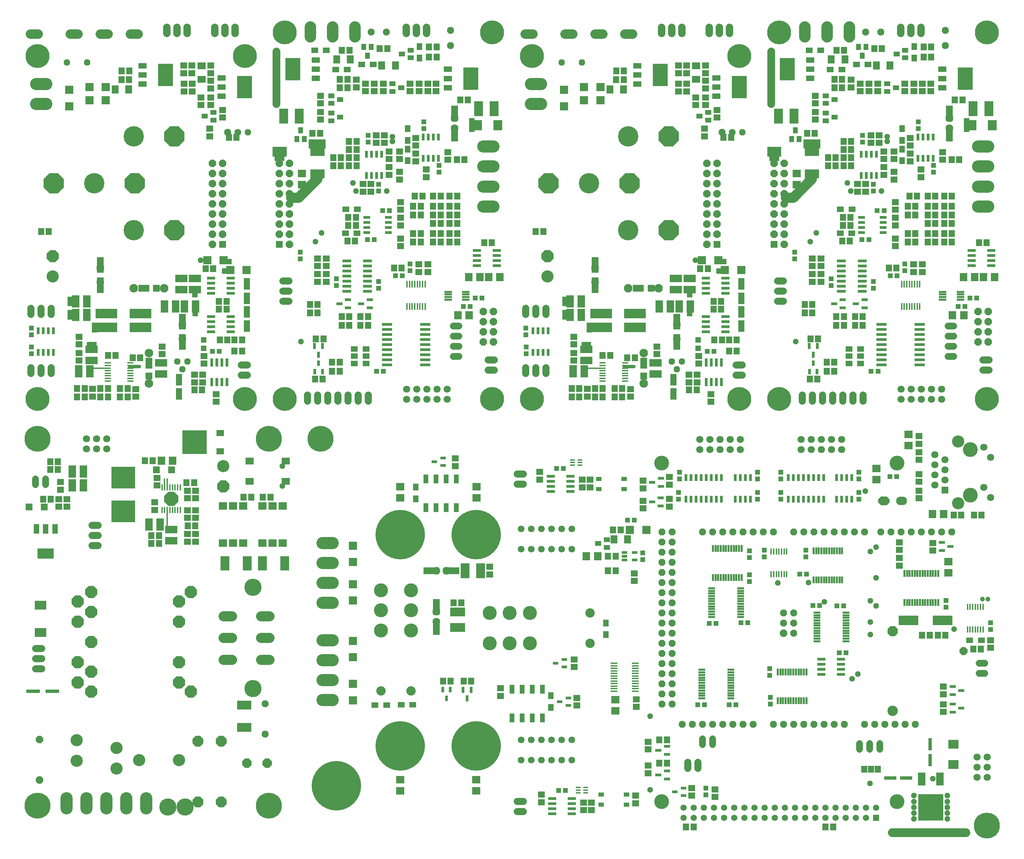
<source format=gts>
G75*
G70*
%OFA0B0*%
%FSLAX24Y24*%
%IPPOS*%
%LPD*%
%AMOC8*
5,1,8,0,0,1.08239X$1,22.5*
%
%ADD10C,0.0120*%
%ADD11C,0.0320*%
%ADD12C,0.1000*%
%ADD13C,0.0760*%
%ADD14C,0.0860*%
%ADD15C,0.0140*%
%ADD16C,0.1200*%
%ADD17R,0.2126X0.0945*%
%ADD18R,0.0756X0.1189*%
%ADD19R,0.0618X0.0618*%
%ADD20R,0.0661X0.1528*%
%ADD21OC8,0.0756*%
%ADD22C,0.0756*%
%ADD23C,0.0921*%
%ADD24R,0.0693X0.0614*%
%ADD25R,0.0630X0.0472*%
%ADD26R,0.1189X0.0756*%
%ADD27R,0.0824X0.0264*%
%ADD28OC8,0.0624*%
%ADD29R,0.0614X0.0693*%
%ADD30R,0.0843X0.0803*%
%ADD31R,0.0819X0.0661*%
%ADD32R,0.0661X0.0819*%
%ADD33R,0.0803X0.0843*%
%ADD34OC8,0.0840*%
%ADD35OC8,0.0780*%
%ADD36C,0.0712*%
%ADD37R,0.0283X0.0657*%
%ADD38C,0.2010*%
%ADD39OC8,0.2010*%
%ADD40R,0.0472X0.0512*%
%ADD41R,0.0264X0.0824*%
%ADD42R,0.0512X0.0472*%
%ADD43R,0.0567X0.0567*%
%ADD44C,0.1200*%
%ADD45OC8,0.1200*%
%ADD46C,0.0840*%
%ADD47R,0.0661X0.0661*%
%ADD48R,0.0709X0.1063*%
%ADD49R,0.1063X0.0709*%
%ADD50R,0.0840X0.0540*%
%ADD51R,0.1450X0.2200*%
%ADD52R,0.0614X0.1126*%
%ADD53C,0.0618*%
%ADD54OC8,0.0618*%
%ADD55R,0.0588X0.0168*%
%ADD56C,0.0720*%
%ADD57R,0.0712X0.0712*%
%ADD58OC8,0.0712*%
%ADD59OC8,0.0672*%
%ADD60C,0.0672*%
%ADD61R,0.0756X0.0835*%
%ADD62R,0.0718X0.0228*%
%ADD63R,0.0165X0.0657*%
%ADD64R,0.1044X0.0264*%
%ADD65C,0.0712*%
%ADD66C,0.0672*%
%ADD67C,0.1134*%
%ADD68R,0.0567X0.0685*%
%ADD69R,0.0685X0.0567*%
%ADD70R,0.0898X0.1488*%
%ADD71R,0.0913X0.0283*%
%ADD72OC8,0.0523*%
%ADD73R,0.0472X0.0630*%
%ADD74R,0.0657X0.0283*%
%ADD75R,0.1402X0.0850*%
%ADD76R,0.0644X0.0264*%
%ADD77R,0.0264X0.0644*%
%ADD78R,0.0264X0.0564*%
%ADD79R,0.0835X0.0756*%
%ADD80R,0.0850X0.1008*%
%ADD81R,0.0472X0.0866*%
%ADD82R,0.0658X0.0168*%
%ADD83R,0.0564X0.0264*%
%ADD84R,0.1008X0.0850*%
%ADD85C,0.4885*%
%ADD86C,0.1460*%
%ADD87R,0.2483X0.2641*%
%ADD88R,0.0756X0.1307*%
%ADD89R,0.1190X0.0360*%
%ADD90R,0.0288X0.0658*%
%ADD91C,0.0476*%
%ADD92R,0.0168X0.0608*%
%ADD93R,0.0204X0.0684*%
%ADD94R,0.1929X0.0945*%
%ADD95R,0.0488X0.0168*%
%ADD96R,0.1488X0.0898*%
%ADD97R,0.0684X0.0204*%
%ADD98R,0.0360X0.1190*%
%ADD99R,0.1528X0.0661*%
%ADD100C,0.1032*%
%ADD101OC8,0.1032*%
%ADD102OC8,0.0665*%
%ADD103OC8,0.0720*%
%ADD104C,0.0665*%
%ADD105R,0.0756X0.0836*%
%ADD106R,0.0544X0.0264*%
%ADD107C,0.1381*%
%ADD108C,0.0921*%
%ADD109R,0.0570X0.0420*%
%ADD110C,0.1204*%
%ADD111R,0.0787X0.0709*%
%ADD112R,0.0168X0.0588*%
%ADD113R,0.0960X0.0960*%
%ADD114OC8,0.1381*%
%ADD115R,0.2365X0.2169*%
%ADD116OC8,0.1062*%
%ADD117C,0.0990*%
%ADD118R,0.0850X0.1402*%
%ADD119OC8,0.0912*%
%ADD120C,0.1702*%
%ADD121R,0.0820X0.0718*%
%ADD122R,0.1126X0.0850*%
%ADD123R,0.0576X0.0976*%
%ADD124R,0.1591X0.1039*%
%ADD125R,0.1340X0.0360*%
%ADD126R,0.2444X0.2365*%
%ADD127R,0.0772X0.0614*%
%ADD128R,0.0523X0.0523*%
%ADD129C,0.2365*%
%ADD130OC8,0.0523*%
%ADD131C,0.2562*%
%ADD132C,0.1700*%
D10*
X018207Y034394D02*
X018207Y035769D01*
X018207Y034394D01*
X012307Y050026D02*
X010757Y050026D01*
X059576Y050026D02*
X061126Y050026D01*
D11*
X063326Y050176D02*
X064276Y050176D01*
X015457Y050176D02*
X014507Y050176D01*
D12*
X030442Y066851D02*
X031167Y066851D01*
X033017Y068701D01*
X033017Y069051D01*
X079261Y066851D02*
X079986Y066851D01*
X081836Y068701D01*
X081836Y069051D01*
D13*
X077786Y076126D02*
X077786Y081301D01*
X028967Y081301D02*
X028967Y076126D01*
D14*
X089749Y004150D02*
X097024Y004150D01*
D15*
X018182Y038144D02*
X018182Y039094D01*
X018182Y038144D01*
X017932Y038169D02*
X017932Y039094D01*
X017932Y038169D01*
D16*
X008257Y007544D02*
X008257Y006544D01*
X010225Y006544D02*
X010225Y007544D01*
X012194Y007544D02*
X012194Y006544D01*
X014162Y006544D02*
X014162Y007544D01*
X016131Y007544D02*
X016131Y006544D01*
X033524Y017245D02*
X034524Y017245D01*
X034524Y019213D02*
X033524Y019213D01*
X033524Y021182D02*
X034524Y021182D01*
X034524Y023150D02*
X033524Y023150D01*
X033524Y026845D02*
X034524Y026845D01*
X034524Y028813D02*
X033524Y028813D01*
X033524Y030782D02*
X034524Y030782D01*
X034524Y032750D02*
X033524Y032750D01*
X049392Y065996D02*
X050392Y065996D01*
X050392Y067964D02*
X049392Y067964D01*
X049392Y069933D02*
X050392Y069933D01*
X050392Y071901D02*
X049392Y071901D01*
X054096Y076104D02*
X055096Y076104D01*
X055096Y078073D02*
X054096Y078073D01*
X098211Y071901D02*
X099211Y071901D01*
X099211Y069933D02*
X098211Y069933D01*
X098211Y067964D02*
X099211Y067964D01*
X099211Y065996D02*
X098211Y065996D01*
X006277Y076104D02*
X005277Y076104D01*
X005277Y078073D02*
X006277Y078073D01*
D17*
X012209Y055415D03*
X012209Y054037D03*
X015556Y054037D03*
X015556Y055415D03*
X061028Y055415D03*
X061028Y054037D03*
X064374Y054037D03*
X064374Y055415D03*
D18*
X066750Y056126D03*
X067852Y056126D03*
X068725Y056126D03*
X069827Y056126D03*
X059377Y049701D03*
X058275Y049701D03*
X057975Y055276D03*
X059077Y055276D03*
X059077Y056626D03*
X057975Y056626D03*
X021009Y056126D03*
X019906Y056126D03*
X019034Y056126D03*
X017931Y056126D03*
X010259Y056626D03*
X009156Y056626D03*
X009156Y055276D03*
X010259Y055276D03*
X010559Y049701D03*
X009456Y049701D03*
X009933Y039819D03*
X008831Y039819D03*
X008831Y038444D03*
X009933Y038444D03*
X016381Y034569D03*
X017483Y034569D03*
D19*
X010507Y049701D03*
X009507Y049701D03*
X017982Y056126D03*
X018982Y056126D03*
X019582Y057826D03*
X019582Y058826D03*
X058326Y049701D03*
X059326Y049701D03*
X066801Y056126D03*
X067801Y056126D03*
X068401Y057826D03*
X068401Y058826D03*
X088174Y005625D03*
D20*
X044749Y024452D03*
X044749Y026459D03*
X068501Y052603D03*
X068501Y054610D03*
X060426Y058203D03*
X060426Y060210D03*
X046567Y073178D03*
X046567Y075185D03*
X019682Y054610D03*
X019682Y052603D03*
X011607Y058203D03*
X011607Y060210D03*
X095386Y073178D03*
X095386Y075185D03*
D21*
X095386Y074701D03*
X068501Y054326D03*
X060426Y059926D03*
X046567Y074701D03*
X019682Y054326D03*
X011607Y059926D03*
X045774Y030025D03*
X044749Y025975D03*
D22*
X044749Y024975D03*
X044774Y030025D03*
X068501Y052926D03*
X060426Y058526D03*
X046567Y073701D03*
X019682Y052926D03*
X011607Y058526D03*
X095386Y073701D03*
D23*
X064132Y083000D02*
X063364Y083000D01*
X061179Y083000D02*
X060412Y083000D01*
X058227Y083000D02*
X057459Y083000D01*
X054290Y083000D02*
X053522Y083000D01*
X015313Y083000D02*
X014546Y083000D01*
X012360Y083000D02*
X011593Y083000D01*
X009408Y083000D02*
X008640Y083000D01*
X005471Y083000D02*
X004703Y083000D01*
D24*
X019832Y079900D03*
X019832Y079152D03*
X020632Y079152D03*
X020632Y079900D03*
X022507Y079900D03*
X022507Y079152D03*
X022507Y078400D03*
X022507Y077652D03*
X022507Y076750D03*
X022507Y076002D03*
X021532Y076002D03*
X021532Y076750D03*
X020657Y077352D03*
X020657Y078100D03*
X019857Y078100D03*
X019857Y077352D03*
X023657Y075525D03*
X023657Y074777D03*
X022407Y073675D03*
X022407Y072927D03*
X033342Y074577D03*
X033342Y075325D03*
X033342Y076177D03*
X033342Y076925D03*
X036867Y077752D03*
X036867Y078500D03*
X037767Y078125D03*
X037767Y077377D03*
X038642Y077377D03*
X038642Y078125D03*
X039517Y078125D03*
X039517Y077377D03*
X042167Y077377D03*
X042167Y078125D03*
X043067Y078125D03*
X043067Y077377D03*
X043917Y077377D03*
X043917Y078125D03*
X044742Y078125D03*
X044742Y077377D03*
X042717Y072750D03*
X042717Y072002D03*
X042717Y071200D03*
X042717Y070452D03*
X043760Y069646D03*
X043760Y068898D03*
X041117Y068652D03*
X041117Y069400D03*
X040092Y069127D03*
X040092Y069875D03*
X040092Y070677D03*
X040092Y071425D03*
X039636Y072271D03*
X039636Y073019D03*
X038830Y073025D03*
X038830Y072277D03*
X041118Y071429D03*
X041118Y070681D03*
X038292Y068200D03*
X038292Y067452D03*
X037523Y067452D03*
X037523Y068200D03*
X041242Y066420D03*
X041242Y065672D03*
X041242Y064875D03*
X041242Y064127D03*
X041242Y062825D03*
X041242Y062077D03*
X043042Y060275D03*
X043042Y059527D03*
X043917Y059527D03*
X043917Y060275D03*
X033892Y060102D03*
X033892Y060850D03*
X033042Y060850D03*
X033042Y060102D03*
X033042Y059300D03*
X033042Y058552D03*
X033892Y058552D03*
X033892Y059300D03*
X021832Y051225D03*
X021832Y050477D03*
X021682Y049375D03*
X021682Y048627D03*
X020882Y048627D03*
X020882Y049375D03*
X023032Y047450D03*
X023032Y046702D03*
X017707Y051402D03*
X017707Y052150D03*
X015107Y047950D03*
X015107Y047202D03*
X010832Y047227D03*
X010832Y047975D03*
X009507Y050777D03*
X009507Y051525D03*
X009507Y052377D03*
X009507Y053125D03*
X017182Y039193D03*
X017182Y038445D03*
X016957Y036768D03*
X016957Y036020D03*
X020207Y035993D03*
X020207Y035245D03*
X020982Y035245D03*
X020982Y035993D03*
X020982Y037170D03*
X020982Y037918D03*
X020207Y037918D03*
X020207Y037170D03*
X020207Y033643D03*
X020207Y032895D03*
X020982Y032895D03*
X020982Y033643D03*
X008282Y036345D03*
X008282Y037093D03*
X007507Y037093D03*
X007507Y036345D03*
X007657Y038020D03*
X007657Y038768D03*
X046624Y040351D03*
X046624Y041099D03*
X054974Y039774D03*
X054974Y039026D03*
X059149Y038999D03*
X059149Y038251D03*
X059924Y038251D03*
X059924Y038999D03*
X065149Y038899D03*
X065149Y038151D03*
X065149Y036924D03*
X065149Y036176D03*
X067749Y036351D03*
X067749Y037099D03*
X067749Y038526D03*
X067749Y039274D03*
X071851Y046702D03*
X071851Y047450D03*
X070501Y048627D03*
X070501Y049375D03*
X069701Y049375D03*
X069701Y048627D03*
X070651Y050477D03*
X070651Y051225D03*
X066526Y051402D03*
X066526Y052150D03*
X063926Y047950D03*
X063926Y047202D03*
X059651Y047227D03*
X059651Y047975D03*
X058326Y050777D03*
X058326Y051525D03*
X058326Y052377D03*
X058326Y053125D03*
X045892Y070602D03*
X045892Y071350D03*
X068676Y077352D03*
X068676Y078100D03*
X069476Y078100D03*
X069476Y077352D03*
X070351Y076750D03*
X070351Y076002D03*
X071326Y076002D03*
X071326Y076750D03*
X071326Y077652D03*
X071326Y078400D03*
X071326Y079152D03*
X071326Y079900D03*
X069451Y079900D03*
X069451Y079152D03*
X068651Y079152D03*
X068651Y079900D03*
X072476Y075525D03*
X072476Y074777D03*
X071226Y073675D03*
X071226Y072927D03*
X082161Y074577D03*
X082161Y075325D03*
X082161Y076177D03*
X082161Y076925D03*
X085686Y077752D03*
X085686Y078500D03*
X086586Y078125D03*
X086586Y077377D03*
X087461Y077377D03*
X087461Y078125D03*
X088336Y078125D03*
X088336Y077377D03*
X090986Y077377D03*
X090986Y078125D03*
X091886Y078125D03*
X091886Y077377D03*
X092736Y077377D03*
X092736Y078125D03*
X093561Y078125D03*
X093561Y077377D03*
X091536Y072750D03*
X091536Y072002D03*
X091536Y071200D03*
X091536Y070452D03*
X092579Y069646D03*
X092579Y068898D03*
X094711Y070602D03*
X094711Y071350D03*
X089937Y071429D03*
X089937Y070681D03*
X088911Y070677D03*
X088911Y071425D03*
X088455Y072271D03*
X088455Y073019D03*
X087649Y073025D03*
X087649Y072277D03*
X088911Y069875D03*
X088911Y069127D03*
X089936Y069400D03*
X089936Y068652D03*
X090061Y066420D03*
X090061Y065672D03*
X090061Y064875D03*
X090061Y064127D03*
X090061Y062825D03*
X090061Y062077D03*
X091861Y060275D03*
X091861Y059527D03*
X092736Y059527D03*
X092736Y060275D03*
X087111Y067452D03*
X087111Y068200D03*
X086342Y068200D03*
X086342Y067452D03*
X082711Y060850D03*
X082711Y060102D03*
X082711Y059300D03*
X082711Y058552D03*
X081861Y058552D03*
X081861Y059300D03*
X081861Y060102D03*
X081861Y060850D03*
X092399Y043299D03*
X092399Y042551D03*
X092399Y041724D03*
X092399Y040976D03*
X092399Y039549D03*
X092399Y038801D03*
X092399Y037924D03*
X092399Y037176D03*
X093774Y032749D03*
X093774Y032001D03*
X090474Y032076D03*
X090474Y032824D03*
X090474Y031274D03*
X090474Y030526D03*
X099474Y023149D03*
X099474Y022401D03*
X094799Y018574D03*
X094799Y017826D03*
X094799Y016824D03*
X094799Y016076D03*
X072249Y008424D03*
X072249Y007676D03*
X069949Y007801D03*
X069949Y008549D03*
X065674Y010026D03*
X065674Y010774D03*
X065649Y012376D03*
X065649Y013124D03*
X064499Y016578D03*
X064499Y017326D03*
X058624Y017449D03*
X058624Y016701D03*
X058374Y020501D03*
X058374Y021249D03*
X051099Y018399D03*
X051099Y017651D03*
X055124Y007899D03*
X055124Y007151D03*
X059299Y007124D03*
X059299Y006376D03*
X060074Y006376D03*
X060074Y007124D03*
X064424Y007051D03*
X064424Y007799D03*
X064299Y029001D03*
X064299Y029749D03*
X050024Y029651D03*
X050024Y030399D03*
D25*
X060716Y032700D03*
X061582Y032326D03*
X061582Y033074D03*
X071584Y074527D03*
X071584Y075275D03*
X070718Y074901D03*
X083203Y075200D03*
X083203Y074452D03*
X084069Y074826D03*
X083203Y076177D03*
X083203Y076925D03*
X084069Y076551D03*
X089253Y077352D03*
X089253Y078100D03*
X090119Y077726D03*
X091044Y080677D03*
X091044Y081425D03*
X090178Y081051D03*
X042225Y080677D03*
X042225Y081425D03*
X041359Y081051D03*
X040434Y078100D03*
X040434Y077352D03*
X041300Y077726D03*
X035250Y076551D03*
X034384Y076177D03*
X034384Y076925D03*
X034384Y075200D03*
X034384Y074452D03*
X035250Y074826D03*
X022765Y074527D03*
X022765Y075275D03*
X021899Y074901D03*
D26*
X020932Y058877D03*
X020932Y057775D03*
X019582Y057775D03*
X019582Y058877D03*
X010732Y051877D03*
X010732Y050775D03*
X017582Y050552D03*
X017582Y049450D03*
X018607Y034070D03*
X018607Y032968D03*
X059551Y050775D03*
X059551Y051877D03*
X066401Y050552D03*
X066401Y049450D03*
X068401Y057775D03*
X068401Y058877D03*
X069751Y058877D03*
X069751Y057775D03*
D27*
X071356Y057901D03*
X071356Y057401D03*
X071356Y058401D03*
X071356Y058901D03*
X073296Y058901D03*
X073296Y058401D03*
X073296Y057901D03*
X073296Y057401D03*
X073296Y055101D03*
X073296Y054601D03*
X073296Y054101D03*
X073296Y053601D03*
X071356Y053601D03*
X071356Y054101D03*
X071356Y054601D03*
X071356Y055101D03*
X057994Y039350D03*
X057994Y038850D03*
X057994Y038350D03*
X057994Y037850D03*
X056054Y037850D03*
X056054Y038350D03*
X056054Y038850D03*
X056054Y039350D03*
X050712Y060151D03*
X050712Y060651D03*
X050712Y061151D03*
X050712Y061651D03*
X048772Y061651D03*
X048772Y061151D03*
X048772Y060651D03*
X048772Y060151D03*
X024477Y058901D03*
X024477Y058401D03*
X024477Y057901D03*
X024477Y057401D03*
X022537Y057401D03*
X022537Y057901D03*
X022537Y058401D03*
X022537Y058901D03*
X022537Y055101D03*
X022537Y054601D03*
X022537Y054101D03*
X022537Y053601D03*
X024477Y053601D03*
X024477Y054101D03*
X024477Y054601D03*
X024477Y055101D03*
X082754Y021275D03*
X082754Y020775D03*
X082754Y020275D03*
X082754Y019775D03*
X084694Y019775D03*
X084694Y020275D03*
X084694Y020775D03*
X084694Y021275D03*
X058144Y007500D03*
X058144Y007000D03*
X058144Y006500D03*
X058144Y006000D03*
X056204Y006000D03*
X056204Y006500D03*
X056204Y007000D03*
X056204Y007500D03*
X097591Y060151D03*
X097591Y060651D03*
X097591Y061151D03*
X097591Y061651D03*
X099531Y061651D03*
X099531Y061151D03*
X099531Y060651D03*
X099531Y060151D03*
D28*
X074976Y073326D03*
X059126Y080226D03*
X057126Y080226D03*
X026157Y073326D03*
X010307Y080226D03*
X008307Y080226D03*
X019182Y050676D03*
X019682Y049926D03*
X020182Y050676D03*
X068001Y050676D03*
X068501Y049926D03*
X069001Y050676D03*
D29*
X069702Y047876D03*
X070450Y047876D03*
X073652Y051726D03*
X074400Y051726D03*
X074400Y052826D03*
X073652Y052826D03*
X072950Y052826D03*
X072202Y052826D03*
X072127Y055851D03*
X072875Y055851D03*
X072875Y056626D03*
X072127Y056626D03*
X071550Y059851D03*
X070802Y059851D03*
X081112Y056326D03*
X081860Y056326D03*
X081860Y055476D03*
X081112Y055476D03*
X081687Y052901D03*
X082435Y052901D03*
X084237Y054251D03*
X084985Y054251D03*
X084985Y055101D03*
X084237Y055101D03*
X086087Y055101D03*
X086835Y055101D03*
X086835Y054251D03*
X086087Y054251D03*
X084035Y050601D03*
X083287Y050601D03*
X083287Y049726D03*
X084035Y049726D03*
X082360Y048951D03*
X081612Y048951D03*
X089412Y059926D03*
X090160Y059926D03*
X091287Y062476D03*
X092035Y062476D03*
X092035Y063326D03*
X091287Y063326D03*
X091287Y065151D03*
X092035Y065151D03*
X092035Y066001D03*
X091287Y066001D03*
X091462Y067001D03*
X092210Y067001D03*
X093262Y067001D03*
X094010Y067001D03*
X094887Y067001D03*
X095635Y067001D03*
X095635Y066001D03*
X094887Y066001D03*
X094887Y065151D03*
X095635Y065151D03*
X095635Y064306D03*
X094887Y064306D03*
X094010Y064306D03*
X093262Y064306D03*
X093262Y065151D03*
X094010Y065151D03*
X094010Y066002D03*
X093262Y066002D03*
X093262Y063326D03*
X094010Y063326D03*
X094010Y062476D03*
X093262Y062476D03*
X094887Y062476D03*
X095635Y062476D03*
X095635Y063326D03*
X094887Y063326D03*
X098312Y062401D03*
X099060Y062401D03*
X096360Y070601D03*
X095612Y070601D03*
X095937Y076501D03*
X096685Y076501D03*
X093610Y080751D03*
X092862Y080751D03*
X092862Y081751D03*
X093610Y081751D03*
X088735Y081576D03*
X087987Y081576D03*
X085010Y081426D03*
X084262Y081426D03*
X084062Y078551D03*
X084810Y078551D03*
X084810Y077726D03*
X084062Y077726D03*
X082110Y073201D03*
X081362Y073201D03*
X083412Y070826D03*
X084160Y070826D03*
X084962Y070826D03*
X085710Y070826D03*
X085710Y071626D03*
X084962Y071626D03*
X084962Y072426D03*
X085710Y072426D03*
X085710Y070001D03*
X084962Y070001D03*
X084160Y070001D03*
X083412Y070001D03*
X084887Y064901D03*
X085635Y064901D03*
X085635Y064126D03*
X084887Y064126D03*
X084812Y062576D03*
X085560Y062576D03*
X073850Y072826D03*
X073102Y072826D03*
X063250Y078501D03*
X062502Y078501D03*
X062527Y079376D03*
X063275Y079376D03*
X047866Y076501D03*
X047118Y076501D03*
X044791Y080751D03*
X044043Y080751D03*
X044043Y081751D03*
X044791Y081751D03*
X039916Y081576D03*
X039168Y081576D03*
X036191Y081426D03*
X035443Y081426D03*
X035243Y078551D03*
X035991Y078551D03*
X035991Y077726D03*
X035243Y077726D03*
X033291Y073201D03*
X032543Y073201D03*
X034593Y070826D03*
X035341Y070826D03*
X036143Y070826D03*
X036891Y070826D03*
X036891Y071626D03*
X036143Y071626D03*
X036143Y072426D03*
X036891Y072426D03*
X036891Y070001D03*
X036143Y070001D03*
X035341Y070001D03*
X034593Y070001D03*
X036068Y064901D03*
X036816Y064901D03*
X036816Y064126D03*
X036068Y064126D03*
X035993Y062576D03*
X036741Y062576D03*
X040593Y059926D03*
X041341Y059926D03*
X042468Y062476D03*
X043216Y062476D03*
X043216Y063326D03*
X042468Y063326D03*
X042468Y065151D03*
X043216Y065151D03*
X043216Y066001D03*
X042468Y066001D03*
X042643Y067001D03*
X043391Y067001D03*
X044443Y067001D03*
X045191Y067001D03*
X046068Y067001D03*
X046816Y067001D03*
X046816Y066001D03*
X046068Y066001D03*
X046068Y065151D03*
X046816Y065151D03*
X046816Y064306D03*
X046068Y064306D03*
X045191Y064306D03*
X044443Y064306D03*
X044443Y065151D03*
X045191Y065151D03*
X045191Y066002D03*
X044443Y066002D03*
X044443Y063326D03*
X045191Y063326D03*
X045191Y062476D03*
X044443Y062476D03*
X046068Y062476D03*
X046816Y062476D03*
X046816Y063326D03*
X046068Y063326D03*
X049493Y062401D03*
X050241Y062401D03*
X054577Y063526D03*
X055325Y063526D03*
X047541Y070601D03*
X046793Y070601D03*
X033041Y056326D03*
X032293Y056326D03*
X032293Y055476D03*
X033041Y055476D03*
X035418Y055101D03*
X036166Y055101D03*
X036166Y054251D03*
X035418Y054251D03*
X033616Y052901D03*
X032868Y052901D03*
X034468Y050601D03*
X035216Y050601D03*
X035216Y049726D03*
X034468Y049726D03*
X033541Y048951D03*
X032793Y048951D03*
X037268Y054251D03*
X038016Y054251D03*
X038016Y055101D03*
X037268Y055101D03*
X025581Y052826D03*
X024833Y052826D03*
X024131Y052826D03*
X023383Y052826D03*
X024833Y051726D03*
X025581Y051726D03*
X021631Y047876D03*
X020883Y047876D03*
X015531Y051051D03*
X014783Y051051D03*
X013106Y051276D03*
X012358Y051276D03*
X012356Y048001D03*
X011608Y048001D03*
X011608Y047176D03*
X012356Y047176D03*
X013533Y047176D03*
X014281Y047176D03*
X014281Y048001D03*
X013533Y048001D03*
X010056Y048001D03*
X009308Y048001D03*
X009308Y047176D03*
X010056Y047176D03*
X007406Y040794D03*
X006658Y040794D03*
X006658Y040019D03*
X007406Y040019D03*
X006706Y037094D03*
X005958Y037094D03*
X016008Y040869D03*
X016756Y040869D03*
X020108Y038719D03*
X020856Y038719D03*
X025733Y037269D03*
X026481Y037269D03*
X027633Y037269D03*
X028381Y037269D03*
X020971Y034444D03*
X020223Y034444D03*
X017381Y033494D03*
X016633Y033494D03*
X016633Y032719D03*
X017381Y032719D03*
X045425Y019125D03*
X046173Y019125D03*
X047450Y019110D03*
X048198Y019110D03*
X047223Y026850D03*
X046475Y026850D03*
X061700Y030000D03*
X062448Y030000D03*
X062448Y031450D03*
X061700Y031450D03*
X062200Y034050D03*
X062948Y034050D03*
X063100Y047176D03*
X062352Y047176D03*
X062352Y048001D03*
X063100Y048001D03*
X061175Y048001D03*
X060427Y048001D03*
X060427Y047176D03*
X061175Y047176D03*
X058875Y047176D03*
X058127Y047176D03*
X058127Y048001D03*
X058875Y048001D03*
X061177Y051276D03*
X061925Y051276D03*
X063602Y051051D03*
X064350Y051051D03*
X095825Y035525D03*
X096573Y035525D03*
X097825Y035525D03*
X098573Y035525D03*
X094998Y023650D03*
X094250Y023650D03*
X093448Y023650D03*
X092700Y023650D03*
X097750Y022275D03*
X098498Y022275D03*
X088318Y010400D03*
X087649Y010400D03*
X086980Y010400D03*
X083923Y004700D03*
X083175Y004700D03*
X070148Y004725D03*
X069400Y004725D03*
X067523Y011000D03*
X066775Y011000D03*
X066775Y013325D03*
X067523Y013325D03*
X024056Y055851D03*
X023308Y055851D03*
X023308Y056626D03*
X024056Y056626D03*
X022731Y059851D03*
X021983Y059851D03*
X006506Y063526D03*
X005758Y063526D03*
X024283Y072826D03*
X025031Y072826D03*
X014431Y078501D03*
X013683Y078501D03*
X013708Y079376D03*
X014456Y079376D03*
D30*
X012139Y077776D03*
X012139Y076476D03*
X010525Y076476D03*
X010525Y077776D03*
X022150Y060676D03*
X023764Y060676D03*
X024425Y059701D03*
X026039Y059701D03*
X059344Y076476D03*
X059344Y077776D03*
X060958Y077776D03*
X060958Y076476D03*
X070969Y060676D03*
X072583Y060676D03*
X073244Y059701D03*
X074858Y059701D03*
X065481Y034050D03*
X063867Y034050D03*
D31*
X070401Y078532D03*
X070401Y079870D03*
X021582Y079870D03*
X021582Y078532D03*
D32*
X014402Y077551D03*
X013063Y077551D03*
X034923Y080526D03*
X036261Y080526D03*
X039373Y079926D03*
X040711Y079926D03*
X061882Y077551D03*
X063221Y077551D03*
X083741Y080526D03*
X085080Y080526D03*
X088191Y079926D03*
X089530Y079926D03*
X063643Y033100D03*
X062305Y033100D03*
D33*
X036524Y032482D03*
X036524Y030868D03*
X036524Y028682D03*
X036524Y027068D03*
X036524Y023082D03*
X036524Y021468D03*
X036524Y018832D03*
X036524Y017218D03*
X057351Y075894D03*
X057351Y077508D03*
X008532Y077508D03*
X008532Y075894D03*
D34*
X015032Y068276D03*
X063851Y068276D03*
X088799Y036925D03*
X089049Y036925D03*
D35*
X096799Y022075D03*
X063851Y068276D03*
X015032Y068276D03*
D36*
X029595Y058651D02*
X030189Y058651D01*
X030189Y057651D02*
X029595Y057651D01*
X029595Y056651D02*
X030189Y056651D01*
X026104Y050351D02*
X025510Y050351D01*
X025510Y049351D02*
X026104Y049351D01*
X032042Y047373D02*
X032042Y046779D01*
X033042Y046779D02*
X033042Y047373D01*
X034042Y047373D02*
X034042Y046779D01*
X035042Y046779D02*
X035042Y047373D01*
X036042Y047373D02*
X036042Y046779D01*
X037042Y046779D02*
X037042Y047373D01*
X038042Y047373D02*
X038042Y046779D01*
X049870Y049851D02*
X050464Y049851D01*
X050464Y050851D02*
X049870Y050851D01*
X053551Y050098D02*
X053551Y049504D01*
X054551Y049504D02*
X054551Y050098D01*
X055551Y050098D02*
X055551Y049504D01*
X055551Y055354D02*
X055551Y055948D01*
X054551Y055948D02*
X054551Y055354D01*
X053551Y055354D02*
X053551Y055948D01*
X053321Y039575D02*
X052727Y039575D01*
X052727Y038575D02*
X053321Y038575D01*
X074329Y049351D02*
X074923Y049351D01*
X074923Y050351D02*
X074329Y050351D01*
X080861Y047373D02*
X080861Y046779D01*
X081861Y046779D02*
X081861Y047373D01*
X082861Y047373D02*
X082861Y046779D01*
X083861Y046779D02*
X083861Y047373D01*
X084861Y047373D02*
X084861Y046779D01*
X085861Y046779D02*
X085861Y047373D01*
X086861Y047373D02*
X086861Y046779D01*
X098689Y049851D02*
X099283Y049851D01*
X099283Y050851D02*
X098689Y050851D01*
X079008Y056651D02*
X078414Y056651D01*
X078414Y057651D02*
X079008Y057651D01*
X079008Y058651D02*
X078414Y058651D01*
X070574Y011122D02*
X070574Y010528D01*
X069574Y010528D02*
X069574Y011122D01*
X053321Y007250D02*
X052727Y007250D01*
X052727Y006250D02*
X053321Y006250D01*
X011354Y032519D02*
X010760Y032519D01*
X010760Y033519D02*
X011354Y033519D01*
X011354Y034519D02*
X010760Y034519D01*
X005779Y022344D02*
X005185Y022344D01*
X005185Y021344D02*
X005779Y021344D01*
X005779Y020344D02*
X005185Y020344D01*
X004732Y049504D02*
X004732Y050098D01*
X005732Y050098D02*
X005732Y049504D01*
X006732Y049504D02*
X006732Y050098D01*
X006732Y055354D02*
X006732Y055948D01*
X005732Y055948D02*
X005732Y055354D01*
X004732Y055354D02*
X004732Y055948D01*
D37*
X005459Y053714D03*
X005959Y053714D03*
X006459Y053714D03*
X006959Y053714D03*
X006959Y051588D03*
X006459Y051588D03*
X005959Y051588D03*
X005459Y051588D03*
X037869Y069038D03*
X038369Y069038D03*
X038869Y069038D03*
X039369Y069038D03*
X039369Y071164D03*
X038869Y071164D03*
X038369Y071164D03*
X037869Y071164D03*
X043469Y070738D03*
X043969Y070738D03*
X044469Y070738D03*
X044969Y070738D03*
X044969Y072864D03*
X044469Y072864D03*
X043969Y072864D03*
X043469Y072864D03*
X054278Y053714D03*
X054778Y053714D03*
X055278Y053714D03*
X055778Y053714D03*
X055778Y051588D03*
X055278Y051588D03*
X054778Y051588D03*
X054278Y051588D03*
X074247Y039213D03*
X074747Y039213D03*
X075247Y039213D03*
X075747Y039213D03*
X075747Y037087D03*
X075247Y037087D03*
X074747Y037087D03*
X074247Y037087D03*
X084247Y037087D03*
X084747Y037087D03*
X085247Y037087D03*
X085747Y037087D03*
X085747Y039213D03*
X085247Y039213D03*
X084747Y039213D03*
X084247Y039213D03*
X086688Y069038D03*
X087188Y069038D03*
X087688Y069038D03*
X088188Y069038D03*
X088188Y071164D03*
X087688Y071164D03*
X087188Y071164D03*
X086688Y071164D03*
X092288Y070738D03*
X092788Y070738D03*
X093288Y070738D03*
X093788Y070738D03*
X093788Y072864D03*
X093288Y072864D03*
X092788Y072864D03*
X092288Y072864D03*
D38*
X063701Y072901D03*
X059826Y068276D03*
X063701Y063651D03*
X014882Y063651D03*
X011007Y068276D03*
X014882Y072901D03*
D39*
X018882Y072901D03*
X015007Y068276D03*
X018882Y063651D03*
X007007Y068276D03*
X055826Y068276D03*
X063826Y068276D03*
X067701Y072901D03*
X067701Y063651D03*
D40*
X053601Y053986D03*
X053601Y053317D03*
X053626Y052111D03*
X053626Y051442D03*
X042167Y059642D03*
X042167Y060311D03*
X039067Y058586D03*
X039067Y057917D03*
X034892Y058167D03*
X034892Y058836D03*
X039067Y067517D03*
X039067Y068186D03*
X038017Y072342D03*
X038017Y073011D03*
X043517Y073667D03*
X043517Y074336D03*
X045017Y070061D03*
X045017Y069392D03*
X068774Y039760D03*
X068774Y039091D03*
X068674Y037760D03*
X068674Y037091D03*
X064309Y035000D03*
X063639Y035000D03*
X065124Y031785D03*
X065124Y031116D03*
X075674Y031311D03*
X075674Y031980D03*
X077124Y032035D03*
X077124Y031366D03*
X075649Y029615D03*
X075649Y028946D03*
X081224Y031366D03*
X081224Y032035D03*
X078774Y037091D03*
X078774Y037760D03*
X078774Y039091D03*
X078774Y039760D03*
X076449Y039760D03*
X076449Y039091D03*
X076474Y037760D03*
X076474Y037091D03*
X086449Y037091D03*
X086449Y037760D03*
X086449Y039091D03*
X086449Y039760D03*
X089539Y039300D03*
X090209Y039300D03*
X095074Y027085D03*
X095074Y026416D03*
X099449Y024885D03*
X099449Y024216D03*
X077649Y020360D03*
X077649Y019691D03*
X077724Y017510D03*
X077724Y016841D03*
X071349Y008535D03*
X071349Y007866D03*
X083711Y058167D03*
X083711Y058836D03*
X087886Y058586D03*
X087886Y057917D03*
X090986Y059642D03*
X090986Y060311D03*
X087886Y067517D03*
X087886Y068186D03*
X086836Y072342D03*
X086836Y073011D03*
X092336Y073667D03*
X092336Y074336D03*
X093836Y070061D03*
X093836Y069392D03*
X004782Y053986D03*
X004782Y053317D03*
X004807Y052111D03*
X004807Y051442D03*
D41*
X022582Y050596D03*
X023082Y050596D03*
X023582Y050596D03*
X024082Y050596D03*
X024082Y048656D03*
X023582Y048656D03*
X023082Y048656D03*
X022582Y048656D03*
X071401Y048656D03*
X071901Y048656D03*
X072401Y048656D03*
X072901Y048656D03*
X072901Y050596D03*
X072401Y050596D03*
X071901Y050596D03*
X071401Y050596D03*
D42*
X071492Y051676D03*
X072161Y051676D03*
X080136Y060817D03*
X080136Y061486D03*
X086776Y062726D03*
X087445Y062726D03*
X088276Y065576D03*
X088945Y065576D03*
X089551Y059151D03*
X090220Y059151D03*
X096251Y056126D03*
X096920Y056126D03*
X097426Y056951D03*
X098095Y056951D03*
X088345Y049701D03*
X087676Y049701D03*
X081284Y029675D03*
X080614Y029675D03*
X081914Y026575D03*
X082584Y026575D03*
X084289Y026550D03*
X084959Y026550D03*
X085209Y021925D03*
X084539Y021925D03*
X075484Y024875D03*
X074814Y024875D03*
X072359Y024825D03*
X071689Y024825D03*
X071234Y016775D03*
X070564Y016775D03*
X073664Y016775D03*
X074334Y016775D03*
X057484Y008300D03*
X056814Y008300D03*
X056614Y040125D03*
X057284Y040125D03*
X039526Y049701D03*
X038857Y049701D03*
X047432Y056126D03*
X048101Y056126D03*
X048607Y056951D03*
X049276Y056951D03*
X041401Y059151D03*
X040732Y059151D03*
X038626Y062726D03*
X037957Y062726D03*
X039457Y065576D03*
X040126Y065576D03*
X031317Y061486D03*
X031317Y060817D03*
X023342Y051676D03*
X022673Y051676D03*
D43*
X021782Y051988D03*
X021782Y052815D03*
X070601Y052815D03*
X070601Y051988D03*
D44*
X055724Y059082D03*
X023717Y040344D03*
X006905Y059082D03*
X009263Y013268D03*
X009263Y011243D03*
X013200Y010495D03*
X013200Y012520D03*
X015432Y011304D03*
X019369Y011304D03*
D45*
X020528Y018072D03*
X019357Y018994D03*
X019357Y020994D03*
X019357Y024994D03*
X019357Y026994D03*
X020528Y027915D03*
X010686Y027915D03*
X009357Y026994D03*
X010686Y025946D03*
X009357Y024994D03*
X010686Y022994D03*
X009357Y020994D03*
X010686Y020041D03*
X009357Y018994D03*
X010686Y018072D03*
X023717Y038344D03*
X006905Y061082D03*
X055724Y061082D03*
D46*
X063701Y057901D03*
X066701Y057901D03*
X065226Y051501D03*
X065226Y048501D03*
X090549Y036925D03*
X090799Y036925D03*
X017882Y057901D03*
X014882Y057901D03*
X016407Y051501D03*
X016407Y048501D03*
D47*
X016407Y049253D03*
X017134Y039994D03*
X018630Y039994D03*
X006055Y036319D03*
X004559Y036319D03*
X017130Y057901D03*
X065226Y049253D03*
X065949Y057901D03*
D48*
X065226Y050501D03*
X016407Y050501D03*
D49*
X015882Y057901D03*
X064701Y057901D03*
D50*
X072391Y076866D03*
X072391Y077776D03*
X072391Y078686D03*
X064591Y078976D03*
X064591Y078066D03*
X064591Y079886D03*
X081671Y079551D03*
X081671Y078641D03*
X081671Y080461D03*
X094701Y079536D03*
X094701Y078626D03*
X094701Y077716D03*
X045882Y077716D03*
X045882Y078626D03*
X045882Y079536D03*
X032852Y079551D03*
X032852Y078641D03*
X032852Y080461D03*
X023572Y078686D03*
X023572Y077776D03*
X023572Y076866D03*
X015772Y078066D03*
X015772Y078976D03*
X015772Y079886D03*
D51*
X018042Y078976D03*
X025842Y077776D03*
X030582Y079551D03*
X048152Y078626D03*
X066861Y078976D03*
X074661Y077776D03*
X079401Y079551D03*
X096971Y078626D03*
D52*
X074876Y058335D03*
X074876Y056918D03*
X074876Y055585D03*
X074876Y054168D03*
X068176Y048885D03*
X068176Y047468D03*
X026057Y054168D03*
X026057Y055585D03*
X026057Y056918D03*
X026057Y058335D03*
X019357Y048885D03*
X019357Y047468D03*
D53*
X019357Y047676D03*
X026057Y054376D03*
X026057Y057126D03*
X068176Y047676D03*
X074876Y054376D03*
X074876Y057126D03*
X075174Y006625D03*
X075174Y005625D03*
X076174Y005625D03*
X077174Y005625D03*
X078174Y005625D03*
X079174Y005625D03*
X080174Y005625D03*
X081174Y005625D03*
X082174Y005625D03*
X083174Y005625D03*
X084174Y005625D03*
X085174Y005625D03*
X086174Y005625D03*
X087174Y005625D03*
X087174Y006625D03*
X088174Y006625D03*
X086174Y006625D03*
X085174Y006625D03*
X084174Y006625D03*
X083174Y006625D03*
X082174Y006625D03*
X081174Y006625D03*
X080174Y006625D03*
X079174Y006625D03*
X078174Y006625D03*
X077174Y006625D03*
X076174Y006625D03*
X074174Y006625D03*
X074174Y005625D03*
X073174Y005625D03*
X072174Y005625D03*
X071174Y005625D03*
X070174Y005625D03*
X069174Y005625D03*
X069174Y006625D03*
X070174Y006625D03*
X071174Y006625D03*
X072174Y006625D03*
X073174Y006625D03*
D54*
X068176Y048676D03*
X074876Y055376D03*
X074876Y058126D03*
X026057Y058126D03*
X026057Y055376D03*
X019357Y048676D03*
D55*
X014577Y048751D03*
X014577Y049011D03*
X014577Y049271D03*
X014577Y049521D03*
X014577Y049781D03*
X014577Y050031D03*
X014577Y050291D03*
X014577Y050551D03*
X012337Y050551D03*
X012337Y050291D03*
X012337Y050031D03*
X012337Y049781D03*
X012337Y049521D03*
X012337Y049271D03*
X012337Y049011D03*
X012337Y048751D03*
X061156Y048751D03*
X061156Y049011D03*
X061156Y049271D03*
X061156Y049521D03*
X061156Y049781D03*
X061156Y050031D03*
X061156Y050291D03*
X061156Y050551D03*
X063396Y050551D03*
X063396Y050291D03*
X063396Y050031D03*
X063396Y049781D03*
X063396Y049521D03*
X063396Y049271D03*
X063396Y049011D03*
X063396Y048751D03*
D56*
X066981Y083078D02*
X066981Y083678D01*
X067981Y083678D02*
X067981Y083078D01*
X068981Y083078D02*
X068981Y083678D01*
X071705Y083678D02*
X071705Y083078D01*
X072705Y083078D02*
X072705Y083678D01*
X073705Y083678D02*
X073705Y083078D01*
X090603Y083078D02*
X090603Y083678D01*
X091603Y083678D02*
X091603Y083078D01*
X092603Y083078D02*
X092603Y083678D01*
X043784Y083678D02*
X043784Y083078D01*
X042784Y083078D02*
X042784Y083678D01*
X041784Y083678D02*
X041784Y083078D01*
X024886Y083078D02*
X024886Y083678D01*
X023886Y083678D02*
X023886Y083078D01*
X022886Y083078D02*
X022886Y083678D01*
X020162Y083678D02*
X020162Y083078D01*
X019162Y083078D02*
X019162Y083678D01*
X018162Y083678D02*
X018162Y083078D01*
D57*
X023657Y062251D03*
X029267Y062251D03*
X072476Y062251D03*
X078086Y062251D03*
X094949Y037975D03*
D58*
X098211Y052626D03*
X099211Y052626D03*
X099211Y053626D03*
X099211Y054626D03*
X099211Y055626D03*
X098211Y055626D03*
X098211Y054626D03*
X098211Y053626D03*
X079086Y062251D03*
X079086Y063251D03*
X079086Y064251D03*
X079086Y065251D03*
X079086Y066251D03*
X078086Y066251D03*
X078086Y065251D03*
X078086Y064251D03*
X078086Y063251D03*
X078086Y067251D03*
X079086Y067251D03*
X079086Y068251D03*
X079086Y069251D03*
X079086Y070251D03*
X078086Y070251D03*
X078086Y069251D03*
X078086Y068251D03*
X072476Y068251D03*
X071476Y068251D03*
X071476Y067251D03*
X072476Y067251D03*
X072476Y066251D03*
X071476Y066251D03*
X071476Y065251D03*
X071476Y064251D03*
X071476Y063251D03*
X071476Y062251D03*
X072476Y063251D03*
X072476Y064251D03*
X072476Y065251D03*
X072476Y069251D03*
X071476Y069251D03*
X071476Y070251D03*
X072476Y070251D03*
X050392Y055626D03*
X050392Y054626D03*
X050392Y053626D03*
X049392Y053626D03*
X049392Y054626D03*
X049392Y055626D03*
X049392Y052626D03*
X050392Y052626D03*
X030267Y062251D03*
X030267Y063251D03*
X030267Y064251D03*
X030267Y065251D03*
X030267Y066251D03*
X029267Y066251D03*
X029267Y065251D03*
X029267Y064251D03*
X029267Y063251D03*
X029267Y067251D03*
X030267Y067251D03*
X030267Y068251D03*
X030267Y069251D03*
X030267Y070251D03*
X029267Y070251D03*
X029267Y069251D03*
X029267Y068251D03*
X023657Y068251D03*
X022657Y068251D03*
X022657Y067251D03*
X023657Y067251D03*
X023657Y066251D03*
X022657Y066251D03*
X022657Y065251D03*
X022657Y064251D03*
X022657Y063251D03*
X022657Y062251D03*
X023657Y063251D03*
X023657Y064251D03*
X023657Y065251D03*
X023657Y069251D03*
X022657Y069251D03*
X022657Y070251D03*
X023657Y070251D03*
D59*
X024157Y073326D03*
X038317Y083226D03*
X039817Y083226D03*
X046167Y083376D03*
X046167Y081876D03*
X072976Y073326D03*
X087136Y083226D03*
X088636Y083226D03*
X094986Y083376D03*
X094986Y081876D03*
X027857Y016869D03*
X027857Y013869D03*
D60*
X025157Y073326D03*
X073976Y073326D03*
D61*
X096785Y059001D03*
X097887Y059001D03*
X098760Y059001D03*
X099862Y059001D03*
X096812Y055251D03*
X095710Y055251D03*
X094825Y035600D03*
X093723Y035600D03*
X051043Y059001D03*
X049941Y059001D03*
X049068Y059001D03*
X047966Y059001D03*
X047993Y055251D03*
X046891Y055251D03*
D62*
X047672Y056796D03*
X047672Y057046D03*
X047672Y057306D03*
X047672Y057556D03*
X045912Y057556D03*
X045912Y057306D03*
X045912Y057046D03*
X045912Y056796D03*
X094731Y056796D03*
X094731Y057046D03*
X094731Y057306D03*
X094731Y057556D03*
X096491Y057556D03*
X096491Y057306D03*
X096491Y057046D03*
X096491Y056796D03*
D63*
X092472Y056124D03*
X092216Y056124D03*
X091960Y056124D03*
X091704Y056124D03*
X091448Y056124D03*
X091192Y056124D03*
X090936Y056124D03*
X090680Y056124D03*
X090680Y058329D03*
X090936Y058329D03*
X091192Y058329D03*
X091448Y058329D03*
X091704Y058329D03*
X091960Y058329D03*
X092216Y058329D03*
X092472Y058329D03*
X043653Y058329D03*
X043397Y058329D03*
X043141Y058329D03*
X042885Y058329D03*
X042629Y058329D03*
X042373Y058329D03*
X042117Y058329D03*
X041861Y058329D03*
X041861Y056124D03*
X042117Y056124D03*
X042373Y056124D03*
X042629Y056124D03*
X042885Y056124D03*
X043141Y056124D03*
X043397Y056124D03*
X043653Y056124D03*
D64*
X043647Y054351D03*
X043647Y053851D03*
X043647Y053351D03*
X043647Y052851D03*
X043647Y052351D03*
X043647Y051851D03*
X043647Y051351D03*
X043647Y050851D03*
X043647Y050351D03*
X039887Y050351D03*
X039887Y050851D03*
X039887Y051351D03*
X039887Y051851D03*
X039887Y052351D03*
X039887Y052851D03*
X039887Y053351D03*
X039887Y053851D03*
X039887Y054351D03*
X088706Y054351D03*
X088706Y053851D03*
X088706Y053351D03*
X088706Y052851D03*
X088706Y052351D03*
X088706Y051851D03*
X088706Y051351D03*
X088706Y050851D03*
X088706Y050351D03*
X092466Y050351D03*
X092466Y050851D03*
X092466Y051351D03*
X092466Y051851D03*
X092466Y052351D03*
X092466Y052851D03*
X092466Y053351D03*
X092466Y053851D03*
X092466Y054351D03*
D65*
X092636Y047951D03*
X093636Y047951D03*
X094636Y047951D03*
X094636Y046951D03*
X093636Y046951D03*
X092636Y046951D03*
X091636Y046951D03*
X091636Y047951D03*
X090636Y047951D03*
X090636Y046951D03*
X084774Y042975D03*
X084774Y041975D03*
X083774Y041975D03*
X082774Y041975D03*
X081774Y041975D03*
X080774Y041975D03*
X080774Y042975D03*
X081774Y042975D03*
X082774Y042975D03*
X083774Y042975D03*
X074774Y042975D03*
X074774Y041975D03*
X073774Y041975D03*
X072774Y041975D03*
X071774Y041975D03*
X070774Y041975D03*
X070774Y042975D03*
X071774Y042975D03*
X072774Y042975D03*
X073774Y042975D03*
X093949Y041475D03*
X093949Y040475D03*
X093949Y039475D03*
X093949Y038475D03*
X094949Y038975D03*
X094949Y039975D03*
X094949Y040975D03*
X098780Y042215D03*
X099449Y041215D03*
X098780Y038235D03*
X099449Y037235D03*
X099124Y011600D03*
X099124Y010600D03*
X099124Y009600D03*
X098124Y009600D03*
X098124Y010600D03*
X098124Y011600D03*
X045817Y046951D03*
X045817Y047951D03*
X044817Y047951D03*
X044817Y046951D03*
X043817Y046951D03*
X043817Y047951D03*
X042817Y047951D03*
X042817Y046951D03*
X041817Y046951D03*
X041817Y047951D03*
X012244Y043063D03*
X011244Y043063D03*
X010244Y043063D03*
X010244Y042063D03*
X011244Y042063D03*
X012244Y042063D03*
D66*
X006207Y039074D02*
X006207Y038514D01*
X005207Y038514D02*
X005207Y039074D01*
X046437Y051176D02*
X046997Y051176D01*
X046997Y052176D02*
X046437Y052176D01*
X046437Y053176D02*
X046997Y053176D01*
X046997Y054176D02*
X046437Y054176D01*
X095256Y054176D02*
X095816Y054176D01*
X095816Y053176D02*
X095256Y053176D01*
X095256Y052176D02*
X095816Y052176D01*
X095816Y051176D02*
X095256Y051176D01*
X098344Y020875D02*
X098904Y020875D01*
X098904Y019875D02*
X098344Y019875D01*
X088524Y012955D02*
X088524Y012395D01*
X087524Y012395D02*
X087524Y012955D01*
X086524Y012955D02*
X086524Y012395D01*
X072024Y012845D02*
X072024Y013405D01*
X071024Y013405D02*
X071024Y012845D01*
D67*
X081135Y082755D02*
X081135Y083700D01*
X083335Y083700D02*
X083335Y082755D01*
X085535Y082755D02*
X085535Y083700D01*
X036716Y083700D02*
X036716Y082755D01*
X034516Y082755D02*
X034516Y083700D01*
X032316Y083700D02*
X032316Y082755D01*
D68*
X043092Y081797D03*
X043092Y080655D03*
X041917Y073672D03*
X041917Y072530D03*
X041917Y071647D03*
X041917Y070505D03*
X042736Y038270D03*
X042736Y037128D03*
X061499Y024846D03*
X061499Y023704D03*
X056074Y017671D03*
X056074Y016529D03*
X090736Y070505D03*
X090736Y071647D03*
X090736Y072530D03*
X090736Y073672D03*
X091911Y080655D03*
X091911Y081797D03*
D69*
X087357Y080026D03*
X086215Y080026D03*
X084782Y079501D03*
X083640Y079501D03*
X082707Y081426D03*
X081565Y081426D03*
X084640Y065726D03*
X085782Y065726D03*
X085757Y063351D03*
X084615Y063351D03*
X085490Y051926D03*
X085490Y051201D03*
X085490Y050476D03*
X086632Y050476D03*
X086632Y051201D03*
X086632Y051926D03*
X097403Y023150D03*
X098545Y023150D03*
X042420Y016775D03*
X041278Y016775D03*
X039845Y016750D03*
X038703Y016750D03*
X037813Y050476D03*
X037813Y051201D03*
X037813Y051926D03*
X036671Y051926D03*
X036671Y051201D03*
X036671Y050476D03*
X036938Y063351D03*
X035796Y063351D03*
X035821Y065726D03*
X036963Y065726D03*
X035963Y079501D03*
X034821Y079501D03*
X033888Y081426D03*
X032746Y081426D03*
X037396Y080026D03*
X038538Y080026D03*
D70*
X031235Y074901D03*
X029699Y074901D03*
X048924Y075651D03*
X050460Y075651D03*
X078518Y074901D03*
X080053Y074901D03*
X097743Y075651D03*
X099278Y075651D03*
X049117Y030025D03*
X047581Y030025D03*
D71*
X037965Y057626D03*
X037965Y058126D03*
X037965Y058626D03*
X037965Y059126D03*
X037965Y059626D03*
X037965Y060126D03*
X037965Y060626D03*
X035918Y060626D03*
X035918Y060126D03*
X035918Y059626D03*
X035918Y059126D03*
X035918Y058626D03*
X035918Y058126D03*
X035918Y057626D03*
X084737Y057626D03*
X084737Y058126D03*
X084737Y058626D03*
X084737Y059126D03*
X084737Y059626D03*
X084737Y060126D03*
X084737Y060626D03*
X086784Y060626D03*
X086784Y060126D03*
X086784Y059626D03*
X086784Y059126D03*
X086784Y058626D03*
X086784Y058126D03*
X086784Y057626D03*
D72*
X078086Y068251D03*
X078086Y068251D03*
X029267Y068251D03*
X029267Y068251D03*
D73*
X030993Y072643D03*
X031741Y072643D03*
X031367Y073509D03*
X037967Y080868D03*
X038341Y081734D03*
X037593Y081734D03*
X079812Y072643D03*
X080560Y072643D03*
X080186Y073509D03*
X086786Y080868D03*
X087160Y081734D03*
X086412Y081734D03*
D74*
X086723Y064899D03*
X086723Y064399D03*
X086723Y063899D03*
X086723Y063399D03*
X088849Y063399D03*
X088849Y063899D03*
X088849Y064399D03*
X088849Y064899D03*
X040030Y064899D03*
X040030Y064399D03*
X040030Y063899D03*
X040030Y063399D03*
X037904Y063399D03*
X037904Y063899D03*
X037904Y064399D03*
X037904Y064899D03*
D75*
X033017Y069224D03*
X033017Y071429D03*
X081836Y071429D03*
X081836Y069224D03*
X025782Y016746D03*
X025782Y014541D03*
D76*
X066674Y012275D03*
X067524Y011875D03*
X067524Y012675D03*
X067524Y010250D03*
X067524Y009450D03*
X066674Y009850D03*
X094649Y032000D03*
X094649Y032800D03*
X095499Y032400D03*
X095724Y018575D03*
X095724Y017775D03*
X095724Y016850D03*
X095724Y016050D03*
X096574Y016450D03*
X096574Y018175D03*
X066899Y036425D03*
X066899Y037225D03*
X066049Y036825D03*
X066924Y038350D03*
X066924Y039150D03*
X066074Y038750D03*
X084861Y055976D03*
X084861Y056776D03*
X084011Y056376D03*
X086161Y056376D03*
X087011Y055976D03*
X087011Y056776D03*
X038192Y056776D03*
X038192Y055976D03*
X037342Y056376D03*
X036042Y055976D03*
X036042Y056776D03*
X035192Y056376D03*
D77*
X033542Y052201D03*
X032742Y052201D03*
X033142Y051351D03*
X047399Y018250D03*
X048199Y018250D03*
X047799Y017400D03*
X081961Y051351D03*
X082361Y052201D03*
X081561Y052201D03*
D78*
X081961Y050531D03*
X082331Y049671D03*
X081591Y049671D03*
X046144Y018280D03*
X045404Y018280D03*
X045774Y017420D03*
X033512Y049671D03*
X032772Y049671D03*
X033142Y050531D03*
D79*
X041199Y038326D03*
X041199Y037224D03*
X048720Y037224D03*
X048720Y038326D03*
X062424Y017275D03*
X062424Y016173D03*
X048700Y009378D03*
X048700Y008275D03*
X041199Y008274D03*
X041199Y009376D03*
X088199Y038999D03*
X088199Y040101D03*
X091374Y042374D03*
X091374Y043476D03*
X095299Y030901D03*
X095299Y029799D03*
X080311Y068150D03*
X080311Y069252D03*
X031492Y069252D03*
X031492Y068150D03*
D80*
X048813Y074026D03*
X050821Y074026D03*
X097632Y074026D03*
X099640Y074026D03*
D81*
X046724Y039093D03*
X045724Y039093D03*
X044724Y039093D03*
X043724Y039093D03*
X043724Y036258D03*
X044724Y036258D03*
X045724Y036258D03*
X046724Y036258D03*
X052224Y018318D03*
X053224Y018318D03*
X054224Y018318D03*
X055224Y018318D03*
X055224Y015483D03*
X054224Y015483D03*
X053224Y015483D03*
X052224Y015483D03*
D82*
X062298Y018120D03*
X062298Y018380D03*
X062298Y018620D03*
X062298Y018880D03*
X062298Y019120D03*
X062298Y019380D03*
X062298Y019620D03*
X062298Y019880D03*
X062298Y020120D03*
X062298Y020380D03*
X062298Y020620D03*
X062298Y020880D03*
X064398Y020880D03*
X064398Y020620D03*
X064398Y020380D03*
X064398Y020120D03*
X064398Y019880D03*
X064398Y019620D03*
X064398Y019380D03*
X064398Y019120D03*
X064398Y018880D03*
X064398Y018620D03*
X064398Y018380D03*
X064398Y018120D03*
D83*
X057779Y017445D03*
X057779Y016705D03*
X056919Y017075D03*
X057404Y020505D03*
X057404Y021245D03*
X056544Y020875D03*
X069154Y008545D03*
X069154Y007805D03*
X068294Y008175D03*
X045429Y040405D03*
X045429Y041145D03*
X044569Y040775D03*
D84*
X095800Y012879D03*
X095800Y010871D03*
D85*
X048709Y012724D03*
X041209Y012724D03*
X034910Y008787D03*
X041209Y033590D03*
X048709Y033590D03*
D86*
X067009Y040665D03*
X090237Y040665D03*
X097449Y041975D03*
X097449Y037475D03*
X090237Y007200D03*
X067009Y007200D03*
D87*
X093549Y006638D03*
D88*
X094447Y009465D03*
X092651Y009465D03*
D89*
X091129Y009550D03*
X089569Y009550D03*
D90*
X082999Y037090D03*
X082499Y037090D03*
X081999Y037090D03*
X081499Y037090D03*
X080999Y037090D03*
X080499Y037090D03*
X079999Y037090D03*
X079499Y037090D03*
X079499Y039210D03*
X079999Y039210D03*
X080499Y039210D03*
X080999Y039210D03*
X081499Y039210D03*
X081999Y039210D03*
X082499Y039210D03*
X082999Y039210D03*
X072899Y039210D03*
X072399Y039210D03*
X071899Y039210D03*
X071399Y039210D03*
X070899Y039210D03*
X070399Y039210D03*
X069899Y039210D03*
X069399Y039210D03*
X069399Y037090D03*
X069899Y037090D03*
X070399Y037090D03*
X070899Y037090D03*
X071399Y037090D03*
X071899Y037090D03*
X072399Y037090D03*
X072899Y037090D03*
D91*
X098648Y027225D03*
X099199Y027225D03*
D92*
X098719Y026435D03*
X098459Y026435D03*
X098209Y026435D03*
X097949Y026435D03*
X097689Y026435D03*
X097439Y026435D03*
X097179Y026435D03*
X097179Y024215D03*
X097439Y024215D03*
X097689Y024215D03*
X097949Y024215D03*
X098209Y024215D03*
X098459Y024215D03*
X098719Y024215D03*
X079344Y029690D03*
X079084Y029690D03*
X078834Y029690D03*
X078574Y029690D03*
X078314Y029690D03*
X078064Y029690D03*
X077804Y029690D03*
X077804Y031910D03*
X078064Y031910D03*
X078314Y031910D03*
X078574Y031910D03*
X078834Y031910D03*
X079084Y031910D03*
X079344Y031910D03*
D93*
X081989Y031980D03*
X082249Y031980D03*
X082499Y031980D03*
X082759Y031980D03*
X083019Y031980D03*
X083269Y031980D03*
X083529Y031980D03*
X083779Y031980D03*
X084039Y031980D03*
X084299Y031980D03*
X084549Y031980D03*
X084809Y031980D03*
X084809Y029120D03*
X084549Y029120D03*
X084299Y029120D03*
X084039Y029120D03*
X083779Y029120D03*
X083529Y029120D03*
X083269Y029120D03*
X083019Y029120D03*
X082759Y029120D03*
X082499Y029120D03*
X082249Y029120D03*
X081989Y029120D03*
X074884Y029345D03*
X074624Y029345D03*
X074374Y029345D03*
X074114Y029345D03*
X073854Y029345D03*
X073604Y029345D03*
X073344Y029345D03*
X073094Y029345D03*
X072834Y029345D03*
X072574Y029345D03*
X072324Y029345D03*
X072064Y029345D03*
X072064Y032205D03*
X072324Y032205D03*
X072574Y032205D03*
X072834Y032205D03*
X073094Y032205D03*
X073344Y032205D03*
X073604Y032205D03*
X073854Y032205D03*
X074114Y032205D03*
X074374Y032205D03*
X074624Y032205D03*
X074884Y032205D03*
X078464Y020030D03*
X078724Y020030D03*
X078974Y020030D03*
X079234Y020030D03*
X079494Y020030D03*
X079744Y020030D03*
X080004Y020030D03*
X080254Y020030D03*
X080514Y020030D03*
X080774Y020030D03*
X081024Y020030D03*
X081284Y020030D03*
X081284Y017170D03*
X081024Y017170D03*
X080774Y017170D03*
X080514Y017170D03*
X080254Y017170D03*
X080004Y017170D03*
X079744Y017170D03*
X079494Y017170D03*
X079234Y017170D03*
X078974Y017170D03*
X078724Y017170D03*
X078464Y017170D03*
X090964Y026895D03*
X091214Y026895D03*
X091474Y026895D03*
X091724Y026895D03*
X091984Y026895D03*
X092244Y026895D03*
X092494Y026895D03*
X092754Y026895D03*
X093004Y026895D03*
X093264Y026895D03*
X093524Y026895D03*
X093774Y026895D03*
X094034Y026895D03*
X094284Y026895D03*
X094284Y029755D03*
X094034Y029755D03*
X093774Y029755D03*
X093524Y029755D03*
X093264Y029755D03*
X093004Y029755D03*
X092754Y029755D03*
X092494Y029755D03*
X092244Y029755D03*
X091984Y029755D03*
X091724Y029755D03*
X091474Y029755D03*
X091214Y029755D03*
X090964Y029755D03*
D94*
X091376Y025125D03*
X094722Y025125D03*
D95*
X059494Y008610D03*
X059494Y008350D03*
X059494Y008090D03*
X058754Y008090D03*
X058754Y008350D03*
X058754Y008610D03*
X058944Y040440D03*
X058944Y040700D03*
X058944Y040960D03*
X058204Y040960D03*
X058204Y040700D03*
X058204Y040440D03*
D96*
X046849Y025943D03*
X046849Y024407D03*
D97*
X070969Y020235D03*
X070969Y019975D03*
X070969Y019725D03*
X070969Y019465D03*
X070969Y019205D03*
X070969Y018955D03*
X070969Y018695D03*
X070969Y018445D03*
X070969Y018185D03*
X070969Y017925D03*
X070969Y017675D03*
X070969Y017415D03*
X073829Y017415D03*
X073829Y017675D03*
X073829Y017925D03*
X073829Y018185D03*
X073829Y018445D03*
X073829Y018695D03*
X073829Y018955D03*
X073829Y019205D03*
X073829Y019465D03*
X073829Y019725D03*
X073829Y019975D03*
X073829Y020235D03*
X074804Y025465D03*
X074804Y025725D03*
X074804Y025975D03*
X074804Y026235D03*
X074804Y026495D03*
X074804Y026745D03*
X074804Y027005D03*
X074804Y027255D03*
X074804Y027515D03*
X074804Y027775D03*
X074804Y028025D03*
X074804Y028285D03*
X071944Y028285D03*
X071944Y028025D03*
X071944Y027775D03*
X071944Y027515D03*
X071944Y027255D03*
X071944Y027005D03*
X071944Y026745D03*
X071944Y026495D03*
X071944Y026235D03*
X071944Y025975D03*
X071944Y025725D03*
X071944Y025465D03*
X082319Y025375D03*
X082319Y025625D03*
X082319Y025885D03*
X082319Y025115D03*
X082319Y024855D03*
X082319Y024605D03*
X082319Y024345D03*
X082319Y024095D03*
X082319Y023835D03*
X082319Y023575D03*
X082319Y023325D03*
X082319Y023065D03*
X085179Y023065D03*
X085179Y023325D03*
X085179Y023575D03*
X085179Y023835D03*
X085179Y024095D03*
X085179Y024345D03*
X085179Y024605D03*
X085179Y024855D03*
X085179Y025115D03*
X085179Y025375D03*
X085179Y025625D03*
X085179Y025885D03*
D98*
X093499Y012880D03*
X093499Y011320D03*
D99*
X046258Y030025D03*
X044250Y030025D03*
D100*
X089799Y016195D03*
D101*
X089799Y024065D03*
D102*
X080024Y023850D03*
X080024Y024850D03*
X079024Y024850D03*
X079024Y025850D03*
X080024Y025850D03*
X080024Y033850D03*
X081024Y033850D03*
X082024Y033850D03*
X083024Y033850D03*
X084024Y033850D03*
X085024Y033850D03*
X086024Y033850D03*
X087024Y033850D03*
X088624Y033850D03*
X089624Y033850D03*
X090624Y033850D03*
X091624Y033850D03*
X092624Y033850D03*
X093624Y033850D03*
X094624Y033850D03*
X095624Y033850D03*
X078024Y033850D03*
X077024Y033850D03*
X076024Y033850D03*
X075024Y033850D03*
X074024Y033850D03*
X073024Y033850D03*
X072024Y033850D03*
X071024Y033850D03*
X068024Y033850D03*
X068024Y032850D03*
X068024Y031850D03*
X068024Y030850D03*
X068024Y029850D03*
X067024Y029850D03*
X067024Y030850D03*
X067024Y031850D03*
X067024Y032850D03*
X067024Y033850D03*
X067024Y028850D03*
X067024Y027850D03*
X067024Y026850D03*
X067024Y025850D03*
X067024Y024850D03*
X067024Y023850D03*
X068024Y023850D03*
X068024Y024850D03*
X068024Y025850D03*
X068024Y026850D03*
X068024Y027850D03*
X068024Y028850D03*
X068024Y022850D03*
X068024Y021850D03*
X068024Y020850D03*
X068024Y019850D03*
X068024Y018850D03*
X068024Y017850D03*
X067024Y017850D03*
X067024Y018850D03*
X067024Y019850D03*
X067024Y020850D03*
X067024Y021850D03*
X067024Y022850D03*
X067024Y016850D03*
X068024Y016850D03*
X069024Y014850D03*
X070024Y014850D03*
X071024Y014850D03*
X072024Y014850D03*
X073024Y014850D03*
X074024Y014850D03*
X075024Y014850D03*
X076024Y014850D03*
X078024Y014850D03*
X079024Y014850D03*
X080024Y014850D03*
X081024Y014850D03*
X082024Y014850D03*
X083024Y014850D03*
X084024Y014850D03*
X085024Y014850D03*
X087024Y014850D03*
X088024Y014850D03*
X089024Y014850D03*
X090024Y014850D03*
X091024Y014850D03*
X092024Y014850D03*
D103*
X079024Y023850D03*
X005582Y013344D03*
X005582Y009344D03*
D104*
X053124Y011300D03*
X054124Y011300D03*
X055124Y011300D03*
X056124Y011300D03*
X057124Y011300D03*
X058124Y011300D03*
X058124Y013300D03*
X057124Y013300D03*
X056124Y013300D03*
X055124Y013300D03*
X054124Y013300D03*
X053124Y013300D03*
X053124Y032150D03*
X054124Y032150D03*
X055124Y032150D03*
X056124Y032150D03*
X057124Y032150D03*
X058124Y032150D03*
X058124Y034150D03*
X057124Y034150D03*
X056124Y034150D03*
X055124Y034150D03*
X054124Y034150D03*
X053124Y034150D03*
D105*
X059564Y031450D03*
X060684Y031450D03*
X018742Y040869D03*
X017622Y040869D03*
D106*
X063314Y031820D03*
X063314Y031450D03*
X063314Y031080D03*
X064334Y031080D03*
X064334Y031820D03*
D107*
X053982Y025838D03*
X051998Y025838D03*
X050013Y025838D03*
X050013Y022862D03*
X051998Y022862D03*
X053982Y022862D03*
X042262Y024117D03*
X042262Y026102D03*
X042262Y028086D03*
X039286Y028086D03*
X039286Y026102D03*
X039286Y024117D03*
D108*
X039286Y018165D03*
X042262Y018165D03*
X059935Y022862D03*
X059935Y025838D03*
D109*
X060799Y038075D03*
X060799Y039075D03*
X063299Y039075D03*
X063299Y038075D03*
X063524Y007925D03*
X063524Y006925D03*
X061024Y006925D03*
X061024Y007925D03*
D110*
X096248Y036674D03*
X096248Y042776D03*
D111*
X029879Y040848D03*
X029879Y038840D03*
X026335Y038840D03*
X026335Y040848D03*
D112*
X019482Y038239D03*
X019222Y038239D03*
X018962Y038239D03*
X018712Y038239D03*
X018452Y038239D03*
X018202Y038239D03*
X017942Y038239D03*
X017682Y038239D03*
X017682Y035999D03*
X017942Y035999D03*
X018202Y035999D03*
X018452Y035999D03*
X018712Y035999D03*
X018962Y035999D03*
X019222Y035999D03*
X019482Y035999D03*
D113*
X018582Y037119D03*
D114*
X018582Y037119D03*
D115*
X013857Y035870D03*
X013857Y039217D03*
D116*
X021212Y013179D03*
X023517Y013179D03*
X023517Y007179D03*
X021212Y007179D03*
D117*
X023769Y021219D02*
X024594Y021219D01*
X024594Y023369D02*
X023769Y023369D01*
X023769Y025519D02*
X024594Y025519D01*
X027469Y025519D02*
X028294Y025519D01*
X028294Y023369D02*
X027469Y023369D01*
X027469Y021219D02*
X028294Y021219D01*
D118*
X027580Y030744D03*
X026109Y030744D03*
X023905Y030744D03*
X029784Y030744D03*
D119*
X028057Y011019D03*
X026057Y011019D03*
D120*
X026657Y018394D03*
X026657Y028394D03*
D121*
X027582Y032765D03*
X028582Y032765D03*
X029582Y032765D03*
X029582Y036422D03*
X028582Y036422D03*
X027582Y036422D03*
X025682Y036422D03*
X024682Y036422D03*
X023682Y036422D03*
X023682Y032765D03*
X024682Y032765D03*
X025682Y032765D03*
D122*
X005707Y026627D03*
X005707Y023910D03*
D123*
X005297Y034139D03*
X006207Y034139D03*
X007117Y034139D03*
D124*
X006207Y031699D03*
D125*
X006857Y018119D03*
X004957Y018119D03*
D126*
X020883Y042719D03*
D127*
X023418Y043618D03*
X023418Y041819D03*
D128*
X010957Y052351D03*
X010532Y052351D03*
X011032Y053826D03*
X011032Y054251D03*
X008632Y055076D03*
X008632Y055501D03*
X008632Y056401D03*
X008632Y056826D03*
X020932Y057276D03*
X020957Y055401D03*
X023857Y059601D03*
X024307Y060551D03*
X029067Y070751D03*
X029492Y070751D03*
X029292Y071176D03*
X029717Y071176D03*
X029717Y071601D03*
X029292Y071601D03*
X028867Y071601D03*
X028867Y071176D03*
X032442Y071976D03*
X032817Y071976D03*
X033192Y071976D03*
X033567Y071976D03*
X033567Y072351D03*
X033192Y072351D03*
X032817Y072351D03*
X032442Y072351D03*
X048267Y073601D03*
X048267Y074026D03*
X048267Y074451D03*
X069751Y057276D03*
X069776Y055401D03*
X072676Y059601D03*
X073126Y060551D03*
X077886Y070751D03*
X078311Y070751D03*
X078111Y071176D03*
X078536Y071176D03*
X078536Y071601D03*
X078111Y071601D03*
X077686Y071601D03*
X077686Y071176D03*
X081261Y071976D03*
X081636Y071976D03*
X082011Y071976D03*
X082386Y071976D03*
X082386Y072351D03*
X082011Y072351D03*
X081636Y072351D03*
X081261Y072351D03*
X097086Y073601D03*
X097086Y074026D03*
X097086Y074451D03*
X059851Y054251D03*
X059851Y053826D03*
X059776Y052351D03*
X059351Y052351D03*
X057451Y055076D03*
X057451Y055501D03*
X057451Y056401D03*
X057451Y056826D03*
D129*
X054201Y046976D03*
X050264Y046976D03*
X029792Y046976D03*
X025855Y046976D03*
X005382Y046976D03*
X005382Y080834D03*
X025855Y080834D03*
X029792Y083196D03*
X050264Y083196D03*
X054201Y080834D03*
X074673Y080834D03*
X078610Y083196D03*
X099083Y083196D03*
X099083Y046976D03*
X078610Y046976D03*
X074673Y046976D03*
D130*
X080211Y052651D03*
X070326Y060676D03*
X081661Y062526D03*
X082261Y063376D03*
X085661Y067526D03*
X085336Y068326D03*
X088686Y067526D03*
X089261Y072401D03*
X089261Y072876D03*
X087099Y037875D03*
X088174Y032350D03*
X087599Y031925D03*
X088174Y029325D03*
X087599Y027050D03*
X088174Y026550D03*
X087599Y024950D03*
X087599Y023700D03*
X086349Y019800D03*
X085799Y019350D03*
X083049Y026950D03*
X081499Y028850D03*
X078474Y028800D03*
X065849Y015650D03*
X065849Y008375D03*
X087549Y009000D03*
X091899Y007800D03*
X091899Y007225D03*
X091899Y006650D03*
X091899Y006075D03*
X091899Y005500D03*
X095199Y005500D03*
X095199Y006075D03*
X095199Y006650D03*
X095199Y007225D03*
X095199Y007800D03*
X093774Y009475D03*
X095874Y024250D03*
X039867Y067526D03*
X036842Y067526D03*
X036517Y068326D03*
X040442Y072401D03*
X040442Y072876D03*
X033442Y063376D03*
X032842Y062526D03*
X021507Y060676D03*
X031392Y052651D03*
X029557Y040344D03*
X029557Y038369D03*
D131*
X028217Y043039D03*
X033335Y043039D03*
X005382Y043039D03*
X005382Y006819D03*
X028217Y006819D03*
X099083Y004850D03*
D132*
X019957Y006694D03*
X018257Y006694D03*
M02*

</source>
